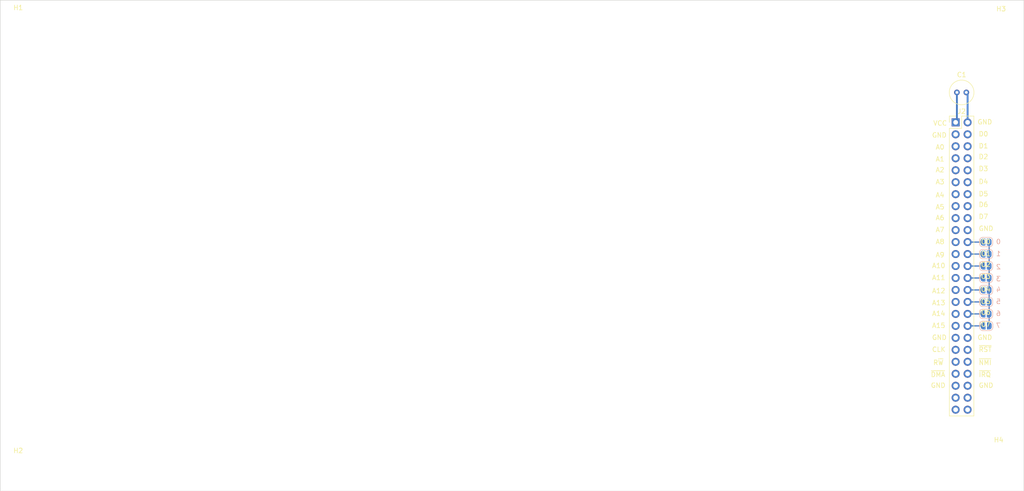
<source format=kicad_pcb>
(kicad_pcb (version 20221018) (generator pcbnew)
  (layers (0 "F.Cu" signal) (31 "B.Cu" signal) (34 "B.Paste" user) (35 "F.Paste" user) (36 "B.SilkS" user "B.Silkscreen") (37 "F.SilkS" user "F.Silkscreen") (38 "B.Mask" user) (39 "F.Mask" user) (44 "Edge.Cuts" user))
  (net 0 "")
  (net 1 "/Expansion/VCC")
  (net 2 "/Expansion/GND")
  (net 3 "/Expansion/A0")
  (net 4 "/Expansion/D0")
  (net 5 "/Expansion/A1")
  (net 6 "/Expansion/D1")
  (net 7 "/Expansion/A2")
  (net 8 "/Expansion/D2")
  (net 9 "/Expansion/A3")
  (net 10 "/Expansion/D3")
  (net 11 "/Expansion/A4")
  (net 12 "/Expansion/D4")
  (net 13 "/Expansion/A5")
  (net 14 "/Expansion/D5")
  (net 15 "/Expansion/A6")
  (net 16 "/Expansion/D6")
  (net 17 "/Expansion/A7")
  (net 18 "/Expansion/D7")
  (net 19 "/Expansion/A8")
  (net 20 "/Expansion/A9")
  (net 21 "Net-(J2-Pin_22)")
  (net 22 "/Expansion/A10")
  (net 23 "Net-(J2-Pin_24)")
  (net 24 "/Expansion/A11")
  (net 25 "Net-(J2-Pin_26)")
  (net 26 "/Expansion/A12")
  (net 27 "Net-(J2-Pin_28)")
  (net 28 "/Expansion/A13")
  (net 29 "Net-(J2-Pin_30)")
  (net 30 "/Expansion/A14")
  (net 31 "Net-(J2-Pin_32)")
  (net 32 "/Expansion/A15")
  (net 33 "Net-(J2-Pin_34)")
  (net 34 "/Expansion/Clock")
  (net 35 "/Expansion/~{RST}")
  (net 36 "/Expansion/R~{W}")
  (net 37 "/Expansion/~{NMI}")
  (net 38 "/Expansion/~{DMA}")
  (net 39 "/Expansion/~{IRQ}")
  (net 40 "/Expansion/~{CS}")
  (net 41 "Net-(J2-Pin_36)")
  (footprint "MountingHole:MountingHole_2.5mm" (layer "F.Cu") (at 33.528 25.146)
    (fp_text reference "H1" (at 0 -3.5) (layer "F.SilkS"))
    (fp_text value "Standoffs")
    (pad "" np_thru_hole circle (at 0 0) (size 2.5 2.5) (drill 2.5) (layers "*.Cu" "*.Mask"))
  )
  (footprint "MountingHole:MountingHole_2.5mm" (layer "F.Cu") (at 33.528 119.126)
    (fp_text reference "H2" (at 0 -3.5) (layer "F.SilkS"))
    (fp_text value "Standoffs")
    (pad "" np_thru_hole circle (at 0 0) (size 2.5 2.5) (drill 2.5) (layers "*.Cu" "*.Mask"))
  )
  (footprint "Capacitor_THT:C_Radial_D5.0mm_H7.0mm_P2.00mm" (layer "F.Cu") (at 232.68 39.624)
    (fp_text reference "C1" (at 1 -3.75) (layer "F.SilkS"))
    (fp_text value "100nf")
    (fp_circle (center 1 0) (end 3.62 0) (stroke (width 0.12)) (fill none) (layer "F.SilkS"))
    (pad "1" thru_hole circle (at 0 0) (size 1.2 1.2) (drill 0.6) (layers "*.Cu" "*.Mask") (net 1 "/Expansion/VCC"))
    (pad "2" thru_hole circle (at 2 0) (size 1.2 1.2) (drill 0.6) (layers "*.Cu" "*.Mask") (net 2 "/Expansion/GND"))
  )
  (footprint "Connector_PinHeader_2.54mm:PinHeader_2x25_P2.54mm_Vertical" (layer "F.Cu") (at 232.41 45.974)
    (fp_text reference "J2" (at 1.27 -2.33) (layer "F.SilkS"))
    (fp_text value "Expansion")
    (fp_line (start -1.33 -1.33) (end 0 -1.33) (stroke (width 0.12)) (layer "F.SilkS"))
    (fp_line (start -1.33 0) (end -1.33 -1.33) (stroke (width 0.12)) (layer "F.SilkS"))
    (fp_line (start -1.33 1.27) (end -1.33 62.29) (stroke (width 0.12)) (layer "F.SilkS"))
    (fp_line (start -1.33 1.27) (end 1.27 1.27) (stroke (width 0.12)) (layer "F.SilkS"))
    (fp_line (start -1.33 62.29) (end 3.87 62.29) (stroke (width 0.12)) (layer "F.SilkS"))
    (fp_line (start 1.27 -1.33) (end 3.87 -1.33) (stroke (width 0.12)) (layer "F.SilkS"))
    (fp_line (start 1.27 1.27) (end 1.27 -1.33) (stroke (width 0.12)) (layer "F.SilkS"))
    (fp_line (start 3.87 -1.33) (end 3.87 62.29) (stroke (width 0.12)) (layer "F.SilkS"))
    (pad "1" thru_hole rect (at 0 0) (size 1.7 1.7) (drill 1) (layers "*.Cu" "*.Mask") (net 1 "/Expansion/VCC"))
    (pad "2" thru_hole oval (at 2.54 0) (size 1.7 1.7) (drill 1) (layers "*.Cu" "*.Mask") (net 2 "/Expansion/GND"))
    (pad "3" thru_hole oval (at 0 2.54) (size 1.7 1.7) (drill 1) (layers "*.Cu" "*.Mask") (net 2 "/Expansion/GND"))
    (pad "4" thru_hole oval (at 2.54 2.54) (size 1.7 1.7) (drill 1) (layers "*.Cu" "*.Mask") (net 4 "/Expansion/D0"))
    (pad "5" thru_hole oval (at 0 5.08) (size 1.7 1.7) (drill 1) (layers "*.Cu" "*.Mask") (net 3 "/Expansion/A0"))
    (pad "6" thru_hole oval (at 2.54 5.08) (size 1.7 1.7) (drill 1) (layers "*.Cu" "*.Mask") (net 6 "/Expansion/D1"))
    (pad "7" thru_hole oval (at 0 7.62) (size 1.7 1.7) (drill 1) (layers "*.Cu" "*.Mask") (net 5 "/Expansion/A1"))
    (pad "8" thru_hole oval (at 2.54 7.62) (size 1.7 1.7) (drill 1) (layers "*.Cu" "*.Mask") (net 8 "/Expansion/D2"))
    (pad "9" thru_hole oval (at 0 10.16) (size 1.7 1.7) (drill 1) (layers "*.Cu" "*.Mask") (net 7 "/Expansion/A2"))
    (pad "10" thru_hole oval (at 2.54 10.16) (size 1.7 1.7) (drill 1) (layers "*.Cu" "*.Mask") (net 10 "/Expansion/D3"))
    (pad "11" thru_hole oval (at 0 12.7) (size 1.7 1.7) (drill 1) (layers "*.Cu" "*.Mask") (net 9 "/Expansion/A3"))
    (pad "12" thru_hole oval (at 2.54 12.7) (size 1.7 1.7) (drill 1) (layers "*.Cu" "*.Mask") (net 12 "/Expansion/D4"))
    (pad "13" thru_hole oval (at 0 15.24) (size 1.7 1.7) (drill 1) (layers "*.Cu" "*.Mask") (net 11 "/Expansion/A4"))
    (pad "14" thru_hole oval (at 2.54 15.24) (size 1.7 1.7) (drill 1) (layers "*.Cu" "*.Mask") (net 14 "/Expansion/D5"))
    (pad "15" thru_hole oval (at 0 17.78) (size 1.7 1.7) (drill 1) (layers "*.Cu" "*.Mask") (net 13 "/Expansion/A5"))
    (pad "16" thru_hole oval (at 2.54 17.78) (size 1.7 1.7) (drill 1) (layers "*.Cu" "*.Mask") (net 16 "/Expansion/D6"))
    (pad "17" thru_hole oval (at 0 20.32) (size 1.7 1.7) (drill 1) (layers "*.Cu" "*.Mask") (net 15 "/Expansion/A6"))
    (pad "18" thru_hole oval (at 2.54 20.32) (size 1.7 1.7) (drill 1) (layers "*.Cu" "*.Mask") (net 18 "/Expansion/D7"))
    (pad "19" thru_hole oval (at 0 22.86) (size 1.7 1.7) (drill 1) (layers "*.Cu" "*.Mask") (net 17 "/Expansion/A7"))
    (pad "20" thru_hole oval (at 2.54 22.86) (size 1.7 1.7) (drill 1) (layers "*.Cu" "*.Mask") (net 2 "/Expansion/GND"))
    (pad "21" thru_hole oval (at 0 25.4) (size 1.7 1.7) (drill 1) (layers "*.Cu" "*.Mask") (net 19 "/Expansion/A8"))
    (pad "22" thru_hole oval (at 2.54 25.4) (size 1.7 1.7) (drill 1) (layers "*.Cu" "*.Mask") (net 21 "Net-(J2-Pin_22)"))
    (pad "23" thru_hole oval (at 0 27.94) (size 1.7 1.7) (drill 1) (layers "*.Cu" "*.Mask") (net 20 "/Expansion/A9"))
    (pad "24" thru_hole oval (at 2.54 27.94) (size 1.7 1.7) (drill 1) (layers "*.Cu" "*.Mask") (net 23 "Net-(J2-Pin_24)"))
    (pad "25" thru_hole oval (at 0 30.48) (size 1.7 1.7) (drill 1) (layers "*.Cu" "*.Mask") (net 22 "/Expansion/A10"))
    (pad "26" thru_hole oval (at 2.54 30.48) (size 1.7 1.7) (drill 1) (layers "*.Cu" "*.Mask") (net 25 "Net-(J2-Pin_26)"))
    (pad "27" thru_hole oval (at 0 33.02) (size 1.7 1.7) (drill 1) (layers "*.Cu" "*.Mask") (net 24 "/Expansion/A11"))
    (pad "28" thru_hole oval (at 2.54 33.02) (size 1.7 1.7) (drill 1) (layers "*.Cu" "*.Mask") (net 27 "Net-(J2-Pin_28)"))
    (pad "29" thru_hole oval (at 0 35.56) (size 1.7 1.7) (drill 1) (layers "*.Cu" "*.Mask") (net 26 "/Expansion/A12"))
    (pad "30" thru_hole oval (at 2.54 35.56) (size 1.7 1.7) (drill 1) (layers "*.Cu" "*.Mask") (net 29 "Net-(J2-Pin_30)"))
    (pad "31" thru_hole oval (at 0 38.1) (size 1.7 1.7) (drill 1) (layers "*.Cu" "*.Mask") (net 28 "/Expansion/A13"))
    (pad "32" thru_hole oval (at 2.54 38.1) (size 1.7 1.7) (drill 1) (layers "*.Cu" "*.Mask") (net 31 "Net-(J2-Pin_32)"))
    (pad "33" thru_hole oval (at 0 40.64) (size 1.7 1.7) (drill 1) (layers "*.Cu" "*.Mask") (net 30 "/Expansion/A14"))
    (pad "34" thru_hole oval (at 2.54 40.64) (size 1.7 1.7) (drill 1) (layers "*.Cu" "*.Mask") (net 33 "Net-(J2-Pin_34)"))
    (pad "35" thru_hole oval (at 0 43.18) (size 1.7 1.7) (drill 1) (layers "*.Cu" "*.Mask") (net 32 "/Expansion/A15"))
    (pad "36" thru_hole oval (at 2.54 43.18) (size 1.7 1.7) (drill 1) (layers "*.Cu" "*.Mask") (net 41 "Net-(J2-Pin_36)"))
    (pad "37" thru_hole oval (at 0 45.72) (size 1.7 1.7) (drill 1) (layers "*.Cu" "*.Mask") (net 2 "/Expansion/GND"))
    (pad "38" thru_hole oval (at 2.54 45.72) (size 1.7 1.7) (drill 1) (layers "*.Cu" "*.Mask") (net 2 "/Expansion/GND"))
    (pad "39" thru_hole oval (at 0 48.26) (size 1.7 1.7) (drill 1) (layers "*.Cu" "*.Mask") (net 34 "/Expansion/Clock"))
    (pad "40" thru_hole oval (at 2.54 48.26) (size 1.7 1.7) (drill 1) (layers "*.Cu" "*.Mask") (net 35 "/Expansion/~{RST}"))
    (pad "41" thru_hole oval (at 0 50.8) (size 1.7 1.7) (drill 1) (layers "*.Cu" "*.Mask") (net 36 "/Expansion/R~{W}"))
    (pad "42" thru_hole oval (at 2.54 50.8) (size 1.7 1.7) (drill 1) (layers "*.Cu" "*.Mask") (net 37 "/Expansion/~{NMI}"))
    (pad "43" thru_hole oval (at 0 53.34) (size 1.7 1.7) (drill 1) (layers "*.Cu" "*.Mask") (net 38 "/Expansion/~{DMA}"))
    (pad "44" thru_hole oval (at 2.54 53.34) (size 1.7 1.7) (drill 1) (layers "*.Cu" "*.Mask") (net 39 "/Expansion/~{IRQ}"))
    (pad "45" thru_hole oval (at 0 55.88) (size 1.7 1.7) (drill 1) (layers "*.Cu" "*.Mask") (net 2 "/Expansion/GND"))
    (pad "46" thru_hole oval (at 2.54 55.88) (size 1.7 1.7) (drill 1) (layers "*.Cu" "*.Mask") (net 2 "/Expansion/GND"))
    (pad "47" thru_hole oval (at 0 58.42) (size 1.7 1.7) (drill 1) (layers "*.Cu" "*.Mask"))
    (pad "48" thru_hole oval (at 2.54 58.42) (size 1.7 1.7) (drill 1) (layers "*.Cu" "*.Mask"))
    (pad "49" thru_hole oval (at 0 60.96) (size 1.7 1.7) (drill 1) (layers "*.Cu" "*.Mask"))
    (pad "50" thru_hole oval (at 2.54 60.96) (size 1.7 1.7) (drill 1) (layers "*.Cu" "*.Mask"))
  )
  (footprint "MountingHole:MountingHole_2.5mm" (layer "F.Cu") (at 242.062 25.4)
    (fp_text reference "H3" (at 0 -3.5) (layer "F.SilkS"))
    (fp_text value "Standoffs")
    (pad "" np_thru_hole circle (at 0 0) (size 2.5 2.5) (drill 2.5) (layers "*.Cu" "*.Mask"))
  )
  (footprint "MountingHole:MountingHole_2.5mm" (layer "F.Cu") (at 241.554 116.84)
    (fp_text reference "H4" (at 0 -3.5) (layer "F.SilkS"))
    (fp_text value "Standoffs")
    (pad "" np_thru_hole circle (at 0 0) (size 2.5 2.5) (drill 2.5) (layers "*.Cu" "*.Mask"))
  )
  (footprint "Jumper:SolderJumper-2_P1.3mm_Open_RoundedPad1.0x1.5mm" (layer "B.Cu") (at 238.872 78.994)
    (fp_text reference "JP12" hide)
    (fp_text value "SolderJumper_2_Open" hide)
    (fp_line (start -1.4 -0.3) (end -1.4 0.3) (stroke (width 0.12)) (layer "B.SilkS"))
    (fp_line (start -0.7 1) (end 0.7 1) (stroke (width 0.12)) (layer "B.SilkS"))
    (fp_line (start 0.7 -1) (end -0.7 -1) (stroke (width 0.12)) (layer "B.SilkS"))
    (fp_line (start 1.4 0.3) (end 1.4 -0.3) (stroke (width 0.12)) (layer "B.SilkS"))
    (fp_arc (start -1.4 -0.3) (mid -1.194975 -0.794975) (end -0.7 -1) (stroke (width 0.12)) (layer "B.SilkS"))
    (fp_arc (start -0.7 1) (mid -1.194975 0.794975) (end -1.4 0.3) (stroke (width 0.12)) (layer "B.SilkS"))
    (fp_arc (start 0.7 -1) (mid 1.194975 -0.794975) (end 1.4 -0.3) (stroke (width 0.12)) (layer "B.SilkS"))
    (fp_arc (start 1.4 0.3) (mid 1.194975 0.794975) (end 0.7 1) (stroke (width 0.12)) (layer "B.SilkS"))
    (pad "1" smd custom (at -0.65 0) (size 1 0.5) (layers "B.Cu" "B.Mask") (net 27 "Net-(J2-Pin_28)") (options (clearance outline) (anchor rect)) (primitives (gr_circle (center 0 -0.25) (end 0.5 -0.25) (width 0) (fill yes)) (gr_circle (center 0 0.25) (end 0.5 0.25) (width 0) (fill yes)) (gr_poly (pts (xy 0.5 -0.75) (xy 0 -0.75) (xy 0 0.75) (xy 0.5 0.75)) (width 0) (fill yes))))
    (pad "2" smd custom (at 0.65 0) (size 1 0.5) (layers "B.Cu" "B.Mask") (net 40 "/Expansion/~{CS}") (options (clearance outline) (anchor rect)) (primitives (gr_circle (center 0 -0.25) (end 0.5 -0.25) (width 0) (fill yes)) (gr_circle (center 0 0.25) (end 0.5 0.25) (width 0) (fill yes)) (gr_poly (pts (xy 0 -0.75) (xy -0.5 -0.75) (xy -0.5 0.75) (xy 0 0.75)) (width 0) (fill yes))))
  )
  (footprint "Jumper:SolderJumper-2_P1.3mm_Open_RoundedPad1.0x1.5mm" (layer "B.Cu") (at 238.872 73.914)
    (fp_text reference "JP10" hide)
    (fp_text value "SolderJumper_2_Open" hide)
    (fp_line (start -1.4 -0.3) (end -1.4 0.3) (stroke (width 0.12)) (layer "B.SilkS"))
    (fp_line (start -0.7 1) (end 0.7 1) (stroke (width 0.12)) (layer "B.SilkS"))
    (fp_line (start 0.7 -1) (end -0.7 -1) (stroke (width 0.12)) (layer "B.SilkS"))
    (fp_line (start 1.4 0.3) (end 1.4 -0.3) (stroke (width 0.12)) (layer "B.SilkS"))
    (fp_arc (start -1.4 -0.3) (mid -1.194975 -0.794975) (end -0.7 -1) (stroke (width 0.12)) (layer "B.SilkS"))
    (fp_arc (start -0.7 1) (mid -1.194975 0.794975) (end -1.4 0.3) (stroke (width 0.12)) (layer "B.SilkS"))
    (fp_arc (start 0.7 -1) (mid 1.194975 -0.794975) (end 1.4 -0.3) (stroke (width 0.12)) (layer "B.SilkS"))
    (fp_arc (start 1.4 0.3) (mid 1.194975 0.794975) (end 0.7 1) (stroke (width 0.12)) (layer "B.SilkS"))
    (pad "1" smd custom (at -0.65 0) (size 1 0.5) (layers "B.Cu" "B.Mask") (net 23 "Net-(J2-Pin_24)") (options (clearance outline) (anchor rect)) (primitives (gr_circle (center 0 -0.25) (end 0.5 -0.25) (width 0) (fill yes)) (gr_circle (center 0 0.25) (end 0.5 0.25) (width 0) (fill yes)) (gr_poly (pts (xy 0.5 -0.75) (xy 0 -0.75) (xy 0 0.75) (xy 0.5 0.75)) (width 0) (fill yes))))
    (pad "2" smd custom (at 0.65 0) (size 1 0.5) (layers "B.Cu" "B.Mask") (net 40 "/Expansion/~{CS}") (options (clearance outline) (anchor rect)) (primitives (gr_circle (center 0 -0.25) (end 0.5 -0.25) (width 0) (fill yes)) (gr_circle (center 0 0.25) (end 0.5 0.25) (width 0) (fill yes)) (gr_poly (pts (xy 0 -0.75) (xy -0.5 -0.75) (xy -0.5 0.75) (xy 0 0.75)) (width 0) (fill yes))))
  )
  (footprint "Jumper:SolderJumper-2_P1.3mm_Open_RoundedPad1.0x1.5mm" (layer "B.Cu") (at 238.872 86.614)
    (fp_text reference "JP15" hide)
    (fp_text value "SolderJumper_2_Open" hide)
    (fp_line (start -1.4 -0.3) (end -1.4 0.3) (stroke (width 0.12)) (layer "B.SilkS"))
    (fp_line (start -0.7 1) (end 0.7 1) (stroke (width 0.12)) (layer "B.SilkS"))
    (fp_line (start 0.7 -1) (end -0.7 -1) (stroke (width 0.12)) (layer "B.SilkS"))
    (fp_line (start 1.4 0.3) (end 1.4 -0.3) (stroke (width 0.12)) (layer "B.SilkS"))
    (fp_arc (start -1.4 -0.3) (mid -1.194975 -0.794975) (end -0.7 -1) (stroke (width 0.12)) (layer "B.SilkS"))
    (fp_arc (start -0.7 1) (mid -1.194975 0.794975) (end -1.4 0.3) (stroke (width 0.12)) (layer "B.SilkS"))
    (fp_arc (start 0.7 -1) (mid 1.194975 -0.794975) (end 1.4 -0.3) (stroke (width 0.12)) (layer "B.SilkS"))
    (fp_arc (start 1.4 0.3) (mid 1.194975 0.794975) (end 0.7 1) (stroke (width 0.12)) (layer "B.SilkS"))
    (pad "1" smd custom (at -0.65 0) (size 1 0.5) (layers "B.Cu" "B.Mask") (net 33 "Net-(J2-Pin_34)") (options (clearance outline) (anchor rect)) (primitives (gr_circle (center 0 -0.25) (end 0.5 -0.25) (width 0) (fill yes)) (gr_circle (center 0 0.25) (end 0.5 0.25) (width 0) (fill yes)) (gr_poly (pts (xy 0.5 -0.75) (xy 0 -0.75) (xy 0 0.75) (xy 0.5 0.75)) (width 0) (fill yes))))
    (pad "2" smd custom (at 0.65 0) (size 1 0.5) (layers "B.Cu" "B.Mask") (net 40 "/Expansion/~{CS}") (options (clearance outline) (anchor rect)) (primitives (gr_circle (center 0 -0.25) (end 0.5 -0.25) (width 0) (fill yes)) (gr_circle (center 0 0.25) (end 0.5 0.25) (width 0) (fill yes)) (gr_poly (pts (xy 0 -0.75) (xy -0.5 -0.75) (xy -0.5 0.75) (xy 0 0.75)) (width 0) (fill yes))))
  )
  (footprint "Jumper:SolderJumper-2_P1.3mm_Open_RoundedPad1.0x1.5mm" (layer "B.Cu") (at 238.872 81.534)
    (fp_text reference "JP13" hide)
    (fp_text value "SolderJumper_2_Open" hide)
    (fp_line (start -1.4 -0.3) (end -1.4 0.3) (stroke (width 0.12)) (layer "B.SilkS"))
    (fp_line (start -0.7 1) (end 0.7 1) (stroke (width 0.12)) (layer "B.SilkS"))
    (fp_line (start 0.7 -1) (end -0.7 -1) (stroke (width 0.12)) (layer "B.SilkS"))
    (fp_line (start 1.4 0.3) (end 1.4 -0.3) (stroke (width 0.12)) (layer "B.SilkS"))
    (fp_arc (start -1.4 -0.3) (mid -1.194975 -0.794975) (end -0.7 -1) (stroke (width 0.12)) (layer "B.SilkS"))
    (fp_arc (start -0.7 1) (mid -1.194975 0.794975) (end -1.4 0.3) (stroke (width 0.12)) (layer "B.SilkS"))
    (fp_arc (start 0.7 -1) (mid 1.194975 -0.794975) (end 1.4 -0.3) (stroke (width 0.12)) (layer "B.SilkS"))
    (fp_arc (start 1.4 0.3) (mid 1.194975 0.794975) (end 0.7 1) (stroke (width 0.12)) (layer "B.SilkS"))
    (pad "1" smd custom (at -0.65 0) (size 1 0.5) (layers "B.Cu" "B.Mask") (net 29 "Net-(J2-Pin_30)") (options (clearance outline) (anchor rect)) (primitives (gr_circle (center 0 -0.25) (end 0.5 -0.25) (width 0) (fill yes)) (gr_circle (center 0 0.25) (end 0.5 0.25) (width 0) (fill yes)) (gr_poly (pts (xy 0.5 -0.75) (xy 0 -0.75) (xy 0 0.75) (xy 0.5 0.75)) (width 0) (fill yes))))
    (pad "2" smd custom (at 0.65 0) (size 1 0.5) (layers "B.Cu" "B.Mask") (net 40 "/Expansion/~{CS}") (options (clearance outline) (anchor rect)) (primitives (gr_circle (center 0 -0.25) (end 0.5 -0.25) (width 0) (fill yes)) (gr_circle (center 0 0.25) (end 0.5 0.25) (width 0) (fill yes)) (gr_poly (pts (xy 0 -0.75) (xy -0.5 -0.75) (xy -0.5 0.75) (xy 0 0.75)) (width 0) (fill yes))))
  )
  (footprint "Jumper:SolderJumper-2_P1.3mm_Open_RoundedPad1.0x1.5mm" (layer "B.Cu") (at 238.902 89.154)
    (fp_text reference "JP16" hide)
    (fp_text value "SolderJumper_2_Open" hide)
    (fp_line (start -1.4 -0.3) (end -1.4 0.3) (stroke (width 0.12)) (layer "B.SilkS"))
    (fp_line (start -0.7 1) (end 0.7 1) (stroke (width 0.12)) (layer "B.SilkS"))
    (fp_line (start 0.7 -1) (end -0.7 -1) (stroke (width 0.12)) (layer "B.SilkS"))
    (fp_line (start 1.4 0.3) (end 1.4 -0.3) (stroke (width 0.12)) (layer "B.SilkS"))
    (fp_arc (start -1.4 -0.3) (mid -1.194975 -0.794975) (end -0.7 -1) (stroke (width 0.12)) (layer "B.SilkS"))
    (fp_arc (start -0.7 1) (mid -1.194975 0.794975) (end -1.4 0.3) (stroke (width 0.12)) (layer "B.SilkS"))
    (fp_arc (start 0.7 -1) (mid 1.194975 -0.794975) (end 1.4 -0.3) (stroke (width 0.12)) (layer "B.SilkS"))
    (fp_arc (start 1.4 0.3) (mid 1.194975 0.794975) (end 0.7 1) (stroke (width 0.12)) (layer "B.SilkS"))
    (pad "1" smd custom (at -0.65 0) (size 1 0.5) (layers "B.Cu" "B.Mask") (net 41 "Net-(J2-Pin_36)") (options (clearance outline) (anchor rect)) (primitives (gr_circle (center 0 -0.25) (end 0.5 -0.25) (width 0) (fill yes)) (gr_circle (center 0 0.25) (end 0.5 0.25) (width 0) (fill yes)) (gr_poly (pts (xy 0.5 -0.75) (xy 0 -0.75) (xy 0 0.75) (xy 0.5 0.75)) (width 0) (fill yes))))
    (pad "2" smd custom (at 0.65 0) (size 1 0.5) (layers "B.Cu" "B.Mask") (net 40 "/Expansion/~{CS}") (options (clearance outline) (anchor rect)) (primitives (gr_circle (center 0 -0.25) (end 0.5 -0.25) (width 0) (fill yes)) (gr_circle (center 0 0.25) (end 0.5 0.25) (width 0) (fill yes)) (gr_poly (pts (xy 0 -0.75) (xy -0.5 -0.75) (xy -0.5 0.75) (xy 0 0.75)) (width 0) (fill yes))))
  )
  (footprint "Jumper:SolderJumper-2_P1.3mm_Open_RoundedPad1.0x1.5mm" (layer "B.Cu") (at 238.872 76.454)
    (fp_text reference "JP11" hide)
    (fp_text value "SolderJumper_2_Open" hide)
    (fp_line (start -1.4 -0.3) (end -1.4 0.3) (stroke (width 0.12)) (layer "B.SilkS"))
    (fp_line (start -0.7 1) (end 0.7 1) (stroke (width 0.12)) (layer "B.SilkS"))
    (fp_line (start 0.7 -1) (end -0.7 -1) (stroke (width 0.12)) (layer "B.SilkS"))
    (fp_line (start 1.4 0.3) (end 1.4 -0.3) (stroke (width 0.12)) (layer "B.SilkS"))
    (fp_arc (start -1.4 -0.3) (mid -1.194975 -0.794975) (end -0.7 -1) (stroke (width 0.12)) (layer "B.SilkS"))
    (fp_arc (start -0.7 1) (mid -1.194975 0.794975) (end -1.4 0.3) (stroke (width 0.12)) (layer "B.SilkS"))
    (fp_arc (start 0.7 -1) (mid 1.194975 -0.794975) (end 1.4 -0.3) (stroke (width 0.12)) (layer "B.SilkS"))
    (fp_arc (start 1.4 0.3) (mid 1.194975 0.794975) (end 0.7 1) (stroke (width 0.12)) (layer "B.SilkS"))
    (pad "1" smd custom (at -0.65 0) (size 1 0.5) (layers "B.Cu" "B.Mask") (net 25 "Net-(J2-Pin_26)") (options (clearance outline) (anchor rect)) (primitives (gr_circle (center 0 -0.25) (end 0.5 -0.25) (width 0) (fill yes)) (gr_circle (center 0 0.25) (end 0.5 0.25) (width 0) (fill yes)) (gr_poly (pts (xy 0.5 -0.75) (xy 0 -0.75) (xy 0 0.75) (xy 0.5 0.75)) (width 0) (fill yes))))
    (pad "2" smd custom (at 0.65 0) (size 1 0.5) (layers "B.Cu" "B.Mask") (net 40 "/Expansion/~{CS}") (options (clearance outline) (anchor rect)) (primitives (gr_circle (center 0 -0.25) (end 0.5 -0.25) (width 0) (fill yes)) (gr_circle (center 0 0.25) (end 0.5 0.25) (width 0) (fill yes)) (gr_poly (pts (xy 0 -0.75) (xy -0.5 -0.75) (xy -0.5 0.75) (xy 0 0.75)) (width 0) (fill yes))))
  )
  (footprint "Jumper:SolderJumper-2_P1.3mm_Open_RoundedPad1.0x1.5mm" (layer "B.Cu") (at 238.872 84.074)
    (fp_text reference "JP14" hide)
    (fp_text value "SolderJumper_2_Open" hide)
    (fp_line (start -1.4 -0.3) (end -1.4 0.3) (stroke (width 0.12)) (layer "B.SilkS"))
    (fp_line (start -0.7 1) (end 0.7 1) (stroke (width 0.12)) (layer "B.SilkS"))
    (fp_line (start 0.7 -1) (end -0.7 -1) (stroke (width 0.12)) (layer "B.SilkS"))
    (fp_line (start 1.4 0.3) (end 1.4 -0.3) (stroke (width 0.12)) (layer "B.SilkS"))
    (fp_arc (start -1.4 -0.3) (mid -1.194975 -0.794975) (end -0.7 -1) (stroke (width 0.12)) (layer "B.SilkS"))
    (fp_arc (start -0.7 1) (mid -1.194975 0.794975) (end -1.4 0.3) (stroke (width 0.12)) (layer "B.SilkS"))
    (fp_arc (start 0.7 -1) (mid 1.194975 -0.794975) (end 1.4 -0.3) (stroke (width 0.12)) (layer "B.SilkS"))
    (fp_arc (start 1.4 0.3) (mid 1.194975 0.794975) (end 0.7 1) (stroke (width 0.12)) (layer "B.SilkS"))
    (pad "1" smd custom (at -0.65 0) (size 1 0.5) (layers "B.Cu" "B.Mask") (net 31 "Net-(J2-Pin_32)") (options (clearance outline) (anchor rect)) (primitives (gr_circle (center 0 -0.25) (end 0.5 -0.25) (width 0) (fill yes)) (gr_circle (center 0 0.25) (end 0.5 0.25) (width 0) (fill yes)) (gr_poly (pts (xy 0.5 -0.75) (xy 0 -0.75) (xy 0 0.75) (xy 0.5 0.75)) (width 0) (fill yes))))
    (pad "2" smd custom (at 0.65 0) (size 1 0.5) (layers "B.Cu" "B.Mask") (net 40 "/Expansion/~{CS}") (options (clearance outline) (anchor rect)) (primitives (gr_circle (center 0 -0.25) (end 0.5 -0.25) (width 0) (fill yes)) (gr_circle (center 0 0.25) (end 0.5 0.25) (width 0) (fill yes)) (gr_poly (pts (xy 0 -0.75) (xy -0.5 -0.75) (xy -0.5 0.75) (xy 0 0.75)) (width 0) (fill yes))))
  )
  (footprint "Jumper:SolderJumper-2_P1.3mm_Open_RoundedPad1.0x1.5mm" (layer "B.Cu") (at 238.872 71.374)
    (fp_text reference "JP9" hide)
    (fp_text value "SolderJumper_2_Open" hide)
    (fp_line (start -1.4 -0.3) (end -1.4 0.3) (stroke (width 0.12)) (layer "B.SilkS"))
    (fp_line (start -0.7 1) (end 0.7 1) (stroke (width 0.12)) (layer "B.SilkS"))
    (fp_line (start 0.7 -1) (end -0.7 -1) (stroke (width 0.12)) (layer "B.SilkS"))
    (fp_line (start 1.4 0.3) (end 1.4 -0.3) (stroke (width 0.12)) (layer "B.SilkS"))
    (fp_arc (start -1.4 -0.3) (mid -1.194975 -0.794975) (end -0.7 -1) (stroke (width 0.12)) (layer "B.SilkS"))
    (fp_arc (start -0.7 1) (mid -1.194975 0.794975) (end -1.4 0.3) (stroke (width 0.12)) (layer "B.SilkS"))
    (fp_arc (start 0.7 -1) (mid 1.194975 -0.794975) (end 1.4 -0.3) (stroke (width 0.12)) (layer "B.SilkS"))
    (fp_arc (start 1.4 0.3) (mid 1.194975 0.794975) (end 0.7 1) (stroke (width 0.12)) (layer "B.SilkS"))
    (pad "1" smd custom (at -0.65 0) (size 1 0.5) (layers "B.Cu" "B.Mask") (net 21 "Net-(J2-Pin_22)") (options (clearance outline) (anchor rect)) (primitives (gr_circle (center 0 -0.25) (end 0.5 -0.25) (width 0) (fill yes)) (gr_circle (center 0 0.25) (end 0.5 0.25) (width 0) (fill yes)) (gr_poly (pts (xy 0.5 -0.75) (xy 0 -0.75) (xy 0 0.75) (xy 0.5 0.75)) (width 0) (fill yes))))
    (pad "2" smd custom (at 0.65 0) (size 1 0.5) (layers "B.Cu" "B.Mask") (net 40 "/Expansion/~{CS}") (options (clearance outline) (anchor rect)) (primitives (gr_circle (center 0 -0.25) (end 0.5 -0.25) (width 0) (fill yes)) (gr_circle (center 0 0.25) (end 0.5 0.25) (width 0) (fill yes)) (gr_poly (pts (xy 0 -0.75) (xy -0.5 -0.75) (xy -0.5 0.75) (xy 0 0.75)) (width 0) (fill yes))))
  )
  (gr_rect (start 29.718 20.066) (end 246.888 124.206) (stroke (width 0.1)) (fill none) (layer "Edge.Cuts"))
  (gr_text "2" (at 242.062 77.216) (layer "B.SilkS") (effects (font (size 1 1)) (justify left bottom mirror)))
  (gr_text "5" (at 242.062 84.582) (layer "B.SilkS") (effects (font (size 1 1)) (justify left bottom mirror)))
  (gr_text "6" (at 242.062 87.122) (layer "B.SilkS") (effects (font (size 1 1)) (justify left bottom mirror)))
  (gr_text "1" (at 242.062 74.422) (layer "B.SilkS") (effects (font (size 1 1)) (justify left bottom mirror)))
  (gr_text "0" (at 242.062 71.882) (layer "B.SilkS") (effects (font (size 1 1)) (justify left bottom mirror)))
  (gr_text "3" (at 242.062 79.756) (layer "B.SilkS") (effects (font (size 1 1)) (justify left bottom mirror)))
  (gr_text "4" (at 242.062 82.042) (layer "B.SilkS") (effects (font (size 1 1)) (justify left bottom mirror)))
  (gr_text "7" (at 242.062 89.662) (layer "B.SilkS") (effects (font (size 1 1)) (justify left bottom mirror)))
  (gr_text "A3" (at 228.092 59.182) (layer "F.SilkS") (effects (font (size 1 1)) (justify left bottom)))
  (gr_text "~{RST}" (at 237.236 94.742) (layer "F.SilkS") (effects (font (size 1 1)) (justify left bottom)))
  (gr_text "GND" (at 237.236 69.088) (layer "F.SilkS") (effects (font (size 1 1)) (justify left bottom)))
  (gr_text "GND" (at 227.076 102.362) (layer "F.SilkS") (effects (font (size 1 1)) (justify left bottom)))
  (gr_text "~{DMA}" (at 227.076 100.076) (layer "F.SilkS") (effects (font (size 1 1)) (justify left bottom)))
  (gr_text "D7" (at 237.236 66.548) (layer "F.SilkS") (effects (font (size 1 1)) (justify left bottom)))
  (gr_text "IO4" (at 237.236 81.9912) (layer "F.SilkS") (effects (font (size 1 1)) (justify left bottom)))
  (gr_text "A0" (at 228.092 51.816) (layer "F.SilkS") (effects (font (size 1 1)) (justify left bottom)))
  (gr_text "VCC" (at 227.584 46.736) (layer "F.SilkS") (effects (font (size 1 1)) (justify left bottom)))
  (gr_text "A11" (at 227.33 79.502) (layer "F.SilkS") (effects (font (size 1 1)) (justify left bottom)))
  (gr_text "A12" (at 227.33 82.296) (layer "F.SilkS") (effects (font (size 1 1)) (justify left bottom)))
  (gr_text "GND" (at 227.33 92.202) (layer "F.SilkS") (effects (font (size 1 1)) (justify left bottom)))
  (gr_text "GND" (at 237.236 102.362) (layer "F.SilkS") (effects (font (size 1 1)) (justify left bottom)))
  (gr_text "IO5" (at 237.236 84.582) (layer "F.SilkS") (effects (font (size 1 1)) (justify left bottom)))
  (gr_text "IO7" (at 237.236 89.408) (layer "F.SilkS") (effects (font (size 1 1)) (justify left bottom)))
  (gr_text "IO3" (at 237.236 79.248) (layer "F.SilkS") (effects (font (size 1 1)) (justify left bottom)))
  (gr_text "A10" (at 227.33 76.962) (layer "F.SilkS") (effects (font (size 1 1)) (justify left bottom)))
  (gr_text "A5" (at 228.092 64.516) (layer "F.SilkS") (effects (font (size 1 1)) (justify left bottom)))
  (gr_text "A8" (at 228.092 71.882) (layer "F.SilkS") (effects (font (size 1 1)) (justify left bottom)))
  (gr_text "GND" (at 227.33 49.276) (layer "F.SilkS") (effects (font (size 1 1)) (justify left bottom)))
  (gr_text "IO6" (at 237.236 86.868) (layer "F.SilkS") (effects (font (size 1 1)) (justify left bottom)))
  (gr_text "~{NMI}" (at 237.236 97.536) (layer "F.SilkS") (effects (font (size 1 1)) (justify left bottom)))
  (gr_text "GND" (at 236.982 46.482) (layer "F.SilkS") (effects (font (size 1 1)) (justify left bottom)))
  (gr_text "IO1" (at 237.236 74.422) (layer "F.SilkS") (effects (font (size 1 1)) (justify left bottom)))
  (gr_text "~{IRQ}" (at 237.236 100.076) (layer "F.SilkS") (effects (font (size 1 1)) (justify left bottom)))
  (gr_text "A6" (at 228.092 66.802) (layer "F.SilkS") (effects (font (size 1 1)) (justify left bottom)))
  (gr_text "A9" (at 228.092 74.676) (layer "F.SilkS") (effects (font (size 1 1)) (justify left bottom)))
  (gr_text "A14" (at 227.33 87.122) (layer "F.SilkS") (effects (font (size 1 1)) (justify left bottom)))
  (gr_text "GND" (at 236.982 92.202) (layer "F.SilkS") (effects (font (size 1 1)) (justify left bottom)))
  (gr_text "D0" (at 237.236 49.022) (layer "F.SilkS") (effects (font (size 1 1)) (justify left bottom)))
  (gr_text "A7" (at 228.092 69.342) (layer "F.SilkS") (effects (font (size 1 1)) (justify left bottom)))
  (gr_text "CLK" (at 227.33 94.742) (layer "F.SilkS") (effects (font (size 1 1)) (justify left bottom)))
  (gr_text "A4" (at 228.092 61.976) (layer "F.SilkS") (effects (font (size 1 1)) (justify left bottom)))
  (gr_text "D3" (at 237.236 56.388) (layer "F.SilkS") (effects (font (size 1 1)) (justify left bottom)))
  (gr_text "D4" (at 237.236 59.1312) (layer "F.SilkS") (effects (font (size 1 1)) (justify left bottom)))
  (gr_text "A1" (at 228.092 54.356) (layer "F.SilkS") (effects (font (size 1 1)) (justify left bottom)))
  (gr_text "D2" (at 237.236 53.848) (layer "F.SilkS") (effects (font (size 1 1)) (justify left bottom)))
  (gr_text "R~{W}" (at 227.584 97.536) (layer "F.SilkS") (effects (font (size 1 1)) (justify left bottom)))
  (gr_text "D1" (at 237.236 51.562) (layer "F.SilkS") (effects (font (size 1 1)) (justify left bottom)))
  (gr_text "A2" (at 228.092 56.642) (layer "F.SilkS") (effects (font (size 1 1)) (justify left bottom)))
  (gr_text "IO2" (at 237.236 76.708) (layer "F.SilkS") (effects (font (size 1 1)) (justify left bottom)))
  (gr_text "A15" (at 227.33 89.662) (layer "F.SilkS") (effects (font (size 1 1)) (justify left bottom)))
  (gr_text "A13" (at 227.33 84.836) (layer "F.SilkS") (effects (font (size 1 1)) (justify left bottom)))
  (gr_text "D5" (at 237.236 61.722) (layer "F.SilkS") (effects (font (size 1 1)) (justify left bottom)))
  (gr_text "D6" (at 237.236 64.008) (layer "F.SilkS") (effects (font (size 1 1)) (justify left bottom)))
  (gr_text "IO0" (at 237.236 71.882) (layer "F.SilkS") (effects (font (size 1 1)) (justify left bottom)))
  (segment (start 232.68 45.704) (end 232.41 45.974) (width 0.25) (layer "B.Cu") (net 1))
  (segment (start 232.68 39.624) (end 232.68 45.704) (width 0.4) (layer "B.Cu") (net 1))
  (segment (start 234.95 45.974) (end 234.95 39.894) (width 0.4) (layer "B.Cu") (net 2))
  (segment (start 234.95 39.894) (end 234.68 39.624) (width 0.25) (layer "B.Cu") (net 2))
  (segment (start 238.222 71.374) (end 234.95 71.374) (width 0.25) (layer "B.Cu") (net 21))
  (segment (start 234.95 73.914) (end 238.222 73.914) (width 0.25) (layer "B.Cu") (net 23))
  (segment (start 238.222 76.454) (end 234.95 76.454) (width 0.25) (layer "B.Cu") (net 25))
  (segment (start 234.95 78.994) (end 238.222 78.994) (width 0.25) (layer "B.Cu") (net 27))
  (segment (start 234.95 81.534) (end 238.222 81.534) (width 0.25) (layer "B.Cu") (net 29))
  (segment (start 234.95 84.074) (end 238.222 84.074) (width 0.25) (layer "B.Cu") (net 31))
  (segment (start 234.95 86.614) (end 238.222 86.614) (width 0.25) (layer "B.Cu") (net 33))
  (segment (start 239.522 84.074) (end 239.522 81.534) (width 0.25) (layer "B.Cu") (net 40))
  (segment (start 239.552 89.154) (end 239.522 89.124) (width 0.25) (layer "B.Cu") (net 40))
  (segment (start 239.522 86.614) (end 239.522 84.074) (width 0.25) (layer "B.Cu") (net 40))
  (segment (start 239.522 81.534) (end 239.522 78.994) (width 0.25) (layer "B.Cu") (net 40))
  (segment (start 239.522 89.124) (end 239.522 86.614) (width 0.25) (layer "B.Cu") (net 40))
  (segment (start 239.522 78.994) (end 239.522 76.454) (width 0.25) (layer "B.Cu") (net 40))
  (segment (start 239.522 73.914) (end 239.522 71.374) (width 0.25) (layer "B.Cu") (net 40))
  (segment (start 239.522 76.454) (end 239.522 73.914) (width 0.25) (layer "B.Cu") (net 40))
  (segment (start 234.95 89.154) (end 238.252 89.154) (width 0.25) (layer "B.Cu") (net 41))
)
</source>
